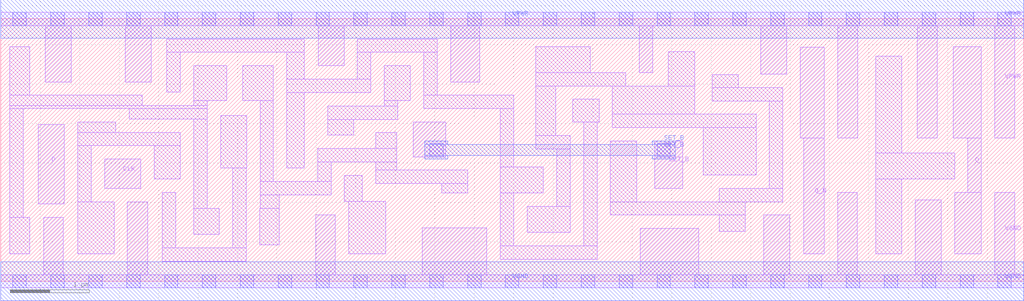
<source format=lef>
# Copyright 2020 The SkyWater PDK Authors
#
# Licensed under the Apache License, Version 2.0 (the "License");
# you may not use this file except in compliance with the License.
# You may obtain a copy of the License at
#
#     https://www.apache.org/licenses/LICENSE-2.0
#
# Unless required by applicable law or agreed to in writing, software
# distributed under the License is distributed on an "AS IS" BASIS,
# WITHOUT WARRANTIES OR CONDITIONS OF ANY KIND, either express or implied.
# See the License for the specific language governing permissions and
# limitations under the License.
#
# SPDX-License-Identifier: Apache-2.0

VERSION 5.7 ;
  NAMESCASESENSITIVE ON ;
  NOWIREEXTENSIONATPIN ON ;
  DIVIDERCHAR "/" ;
  BUSBITCHARS "[]" ;
UNITS
  DATABASE MICRONS 200 ;
END UNITS
MACRO sky130_fd_sc_ms__dfsbp_2
  CLASS CORE ;
  SOURCE USER ;
  FOREIGN sky130_fd_sc_ms__dfsbp_2 ;
  ORIGIN  0.000000  0.000000 ;
  SIZE  12.96000 BY  3.330000 ;
  SYMMETRY X Y ;
  SITE unit ;
  PIN D
    ANTENNAGATEAREA  0.138600 ;
    DIRECTION INPUT ;
    USE SIGNAL ;
    PORT
      LAYER li1 ;
        RECT 0.475000 0.980000 0.805000 1.990000 ;
    END
  END D
  PIN Q
    ANTENNADIFFAREA  0.509600 ;
    DIRECTION OUTPUT ;
    USE SIGNAL ;
    PORT
      LAYER li1 ;
        RECT 12.065000 1.820000 12.425000 2.980000 ;
        RECT 12.085000 0.350000 12.425000 1.130000 ;
        RECT 12.255000 1.130000 12.425000 1.820000 ;
    END
  END Q
  PIN Q_N
    ANTENNADIFFAREA  0.509600 ;
    DIRECTION OUTPUT ;
    USE SIGNAL ;
    PORT
      LAYER li1 ;
        RECT 10.130000 1.820000 10.435000 2.970000 ;
        RECT 10.175000 0.350000 10.435000 1.820000 ;
    END
  END Q_N
  PIN SET_B
    ANTENNAGATEAREA  0.277200 ;
    DIRECTION INPUT ;
    USE SIGNAL ;
    PORT
      LAYER li1 ;
        RECT 5.225000 1.580000 5.635000 2.020000 ;
        RECT 8.285000 1.180000 8.640000 1.780000 ;
      LAYER mcon ;
        RECT 5.435000 1.580000 5.605000 1.750000 ;
        RECT 8.315000 1.580000 8.485000 1.750000 ;
      LAYER met1 ;
        RECT 5.375000 1.550000 5.665000 1.595000 ;
        RECT 5.375000 1.595000 8.545000 1.735000 ;
        RECT 5.375000 1.735000 5.665000 1.780000 ;
        RECT 8.255000 1.550000 8.545000 1.595000 ;
        RECT 8.255000 1.735000 8.545000 1.780000 ;
    END
  END SET_B
  PIN CLK
    ANTENNAGATEAREA  0.312600 ;
    DIRECTION INPUT ;
    USE CLOCK ;
    PORT
      LAYER li1 ;
        RECT 1.315000 1.180000 1.775000 1.550000 ;
    END
  END CLK
  PIN VGND
    DIRECTION INOUT ;
    USE GROUND ;
    PORT
      LAYER li1 ;
        RECT  0.000000 -0.085000 12.960000 0.085000 ;
        RECT  0.545000  0.085000  0.795000 0.810000 ;
        RECT  1.605000  0.085000  1.865000 1.010000 ;
        RECT  3.990000  0.085000  4.240000 0.845000 ;
        RECT  5.340000  0.085000  6.160000 0.680000 ;
        RECT  8.100000  0.085000  8.845000 0.670000 ;
        RECT  9.665000  0.085000  9.995000 0.840000 ;
        RECT 10.605000  0.085000 10.855000 1.130000 ;
        RECT 11.585000  0.085000 11.915000 1.030000 ;
        RECT 12.595000  0.085000 12.845000 1.130000 ;
      LAYER mcon ;
        RECT  0.155000 -0.085000  0.325000 0.085000 ;
        RECT  0.635000 -0.085000  0.805000 0.085000 ;
        RECT  1.115000 -0.085000  1.285000 0.085000 ;
        RECT  1.595000 -0.085000  1.765000 0.085000 ;
        RECT  2.075000 -0.085000  2.245000 0.085000 ;
        RECT  2.555000 -0.085000  2.725000 0.085000 ;
        RECT  3.035000 -0.085000  3.205000 0.085000 ;
        RECT  3.515000 -0.085000  3.685000 0.085000 ;
        RECT  3.995000 -0.085000  4.165000 0.085000 ;
        RECT  4.475000 -0.085000  4.645000 0.085000 ;
        RECT  4.955000 -0.085000  5.125000 0.085000 ;
        RECT  5.435000 -0.085000  5.605000 0.085000 ;
        RECT  5.915000 -0.085000  6.085000 0.085000 ;
        RECT  6.395000 -0.085000  6.565000 0.085000 ;
        RECT  6.875000 -0.085000  7.045000 0.085000 ;
        RECT  7.355000 -0.085000  7.525000 0.085000 ;
        RECT  7.835000 -0.085000  8.005000 0.085000 ;
        RECT  8.315000 -0.085000  8.485000 0.085000 ;
        RECT  8.795000 -0.085000  8.965000 0.085000 ;
        RECT  9.275000 -0.085000  9.445000 0.085000 ;
        RECT  9.755000 -0.085000  9.925000 0.085000 ;
        RECT 10.235000 -0.085000 10.405000 0.085000 ;
        RECT 10.715000 -0.085000 10.885000 0.085000 ;
        RECT 11.195000 -0.085000 11.365000 0.085000 ;
        RECT 11.675000 -0.085000 11.845000 0.085000 ;
        RECT 12.155000 -0.085000 12.325000 0.085000 ;
        RECT 12.635000 -0.085000 12.805000 0.085000 ;
      LAYER met1 ;
        RECT 0.000000 -0.245000 12.960000 0.245000 ;
    END
  END VGND
  PIN VPWR
    DIRECTION INOUT ;
    USE POWER ;
    PORT
      LAYER li1 ;
        RECT  0.000000 3.245000 12.960000 3.415000 ;
        RECT  0.565000 2.530000  0.895000 3.245000 ;
        RECT  1.575000 2.530000  1.905000 3.245000 ;
        RECT  4.020000 2.735000  4.350000 3.245000 ;
        RECT  5.700000 2.530000  6.070000 3.245000 ;
        RECT  8.090000 2.650000  8.260000 3.245000 ;
        RECT  9.630000 2.630000  9.960000 3.245000 ;
        RECT 10.605000 1.820000 10.860000 3.245000 ;
        RECT 11.615000 1.820000 11.865000 3.245000 ;
        RECT 12.595000 1.820000 12.845000 3.245000 ;
      LAYER mcon ;
        RECT  0.155000 3.245000  0.325000 3.415000 ;
        RECT  0.635000 3.245000  0.805000 3.415000 ;
        RECT  1.115000 3.245000  1.285000 3.415000 ;
        RECT  1.595000 3.245000  1.765000 3.415000 ;
        RECT  2.075000 3.245000  2.245000 3.415000 ;
        RECT  2.555000 3.245000  2.725000 3.415000 ;
        RECT  3.035000 3.245000  3.205000 3.415000 ;
        RECT  3.515000 3.245000  3.685000 3.415000 ;
        RECT  3.995000 3.245000  4.165000 3.415000 ;
        RECT  4.475000 3.245000  4.645000 3.415000 ;
        RECT  4.955000 3.245000  5.125000 3.415000 ;
        RECT  5.435000 3.245000  5.605000 3.415000 ;
        RECT  5.915000 3.245000  6.085000 3.415000 ;
        RECT  6.395000 3.245000  6.565000 3.415000 ;
        RECT  6.875000 3.245000  7.045000 3.415000 ;
        RECT  7.355000 3.245000  7.525000 3.415000 ;
        RECT  7.835000 3.245000  8.005000 3.415000 ;
        RECT  8.315000 3.245000  8.485000 3.415000 ;
        RECT  8.795000 3.245000  8.965000 3.415000 ;
        RECT  9.275000 3.245000  9.445000 3.415000 ;
        RECT  9.755000 3.245000  9.925000 3.415000 ;
        RECT 10.235000 3.245000 10.405000 3.415000 ;
        RECT 10.715000 3.245000 10.885000 3.415000 ;
        RECT 11.195000 3.245000 11.365000 3.415000 ;
        RECT 11.675000 3.245000 11.845000 3.415000 ;
        RECT 12.155000 3.245000 12.325000 3.415000 ;
        RECT 12.635000 3.245000 12.805000 3.415000 ;
      LAYER met1 ;
        RECT 0.000000 3.085000 12.960000 3.575000 ;
    END
  END VPWR
  OBS
    LAYER li1 ;
      RECT  0.115000 0.350000  0.365000 0.810000 ;
      RECT  0.115000 0.810000  0.285000 2.190000 ;
      RECT  0.115000 2.190000  2.615000 2.230000 ;
      RECT  0.115000 2.230000  1.795000 2.360000 ;
      RECT  0.115000 2.360000  0.365000 2.980000 ;
      RECT  0.975000 0.350000  1.435000 1.010000 ;
      RECT  0.975000 1.010000  1.145000 1.720000 ;
      RECT  0.975000 1.720000  2.275000 1.890000 ;
      RECT  0.975000 1.890000  1.455000 2.020000 ;
      RECT  1.625000 2.060000  2.615000 2.190000 ;
      RECT  1.945000 1.300000  2.275000 1.720000 ;
      RECT  2.045000 0.255000  3.110000 0.425000 ;
      RECT  2.045000 0.425000  2.215000 1.130000 ;
      RECT  2.105000 2.400000  2.275000 2.905000 ;
      RECT  2.105000 2.905000  3.845000 3.075000 ;
      RECT  2.445000 0.595000  2.770000 0.925000 ;
      RECT  2.445000 0.925000  2.615000 2.060000 ;
      RECT  2.445000 2.230000  2.615000 2.295000 ;
      RECT  2.445000 2.295000  2.865000 2.735000 ;
      RECT  2.785000 1.435000  3.115000 2.105000 ;
      RECT  2.940000 0.425000  3.110000 1.435000 ;
      RECT  3.065000 2.295000  3.455000 2.735000 ;
      RECT  3.280000 0.465000  3.530000 0.925000 ;
      RECT  3.285000 0.925000  3.530000 1.095000 ;
      RECT  3.285000 1.095000  4.185000 1.265000 ;
      RECT  3.285000 1.265000  3.455000 2.295000 ;
      RECT  3.625000 1.435000  3.845000 2.395000 ;
      RECT  3.625000 2.395000  4.690000 2.565000 ;
      RECT  3.625000 2.565000  3.845000 2.905000 ;
      RECT  4.015000 1.265000  4.185000 1.515000 ;
      RECT  4.015000 1.515000  5.015000 1.685000 ;
      RECT  4.140000 1.855000  4.470000 2.055000 ;
      RECT  4.140000 2.055000  5.030000 2.225000 ;
      RECT  4.355000 1.015000  4.580000 1.345000 ;
      RECT  4.410000 0.350000  4.880000 1.015000 ;
      RECT  4.520000 2.565000  4.690000 2.905000 ;
      RECT  4.520000 2.905000  5.530000 3.075000 ;
      RECT  4.750000 1.240000  5.915000 1.410000 ;
      RECT  4.750000 1.410000  5.015000 1.515000 ;
      RECT  4.750000 1.685000  5.015000 1.885000 ;
      RECT  4.860000 2.225000  5.030000 2.295000 ;
      RECT  4.860000 2.295000  5.190000 2.735000 ;
      RECT  5.360000 2.190000  6.500000 2.360000 ;
      RECT  5.360000 2.360000  5.530000 2.905000 ;
      RECT  5.585000 1.120000  5.915000 1.240000 ;
      RECT  6.330000 0.280000  7.555000 0.450000 ;
      RECT  6.330000 0.450000  6.500000 1.120000 ;
      RECT  6.330000 1.120000  6.875000 1.450000 ;
      RECT  6.330000 1.450000  6.500000 2.190000 ;
      RECT  6.670000 0.620000  7.215000 0.950000 ;
      RECT  6.780000 1.680000  7.215000 1.850000 ;
      RECT  6.780000 1.850000  7.030000 2.480000 ;
      RECT  6.780000 2.480000  7.920000 2.650000 ;
      RECT  6.780000 2.650000  7.470000 2.980000 ;
      RECT  7.045000 0.950000  7.215000 1.680000 ;
      RECT  7.250000 2.020000  7.580000 2.310000 ;
      RECT  7.385000 0.450000  7.555000 2.020000 ;
      RECT  7.725000 0.840000  9.435000 1.010000 ;
      RECT  7.725000 1.010000  8.055000 1.780000 ;
      RECT  7.750000 1.950000  9.570000 2.120000 ;
      RECT  7.750000 2.120000  8.790000 2.480000 ;
      RECT  8.460000 2.480000  8.790000 2.915000 ;
      RECT  8.900000 1.350000  9.570000 1.950000 ;
      RECT  9.015000 2.290000  9.910000 2.460000 ;
      RECT  9.015000 2.460000  9.345000 2.620000 ;
      RECT  9.105000 0.635000  9.435000 0.840000 ;
      RECT  9.105000 1.010000  9.910000 1.180000 ;
      RECT  9.740000 1.180000  9.910000 2.290000 ;
      RECT 11.085000 0.350000 11.415000 1.300000 ;
      RECT 11.085000 1.300000 12.085000 1.630000 ;
      RECT 11.085000 1.630000 11.415000 2.860000 ;
  END
END sky130_fd_sc_ms__dfsbp_2

</source>
